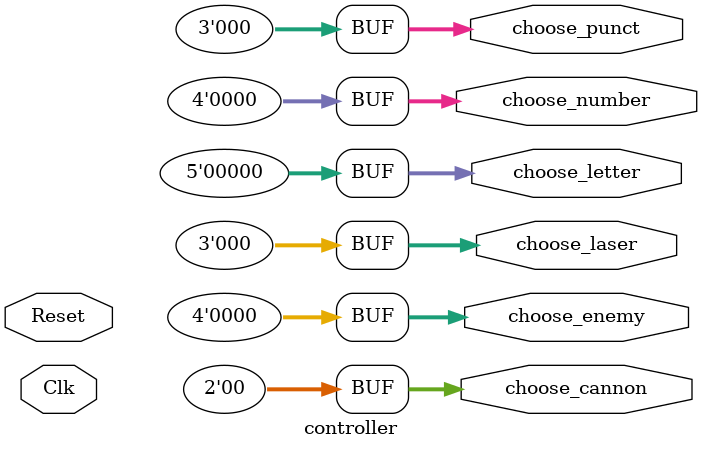
<source format=sv>
/* color_data.sv
 *
 * Index from text file determines color output.
 * Should match color palette in python code.
 */
module color_data ( input [1:0]	index,
						  output [7:0] sprite_r,
											sprite_g,
											sprite_b
							);

always_comb
	begin
		case(index)
			2'd0 : //white
				begin
					sprite_r = 8'hff;
					sprite_g = 8'hff;
					sprite_b = 8'hff;
				end
			2'd1 : //black
				begin
					sprite_r = 8'h00;
					sprite_g = 8'h00;
					sprite_b = 8'h00;
				end
			2'd2 : //green
				begin
					sprite_r = 8'h00;
					sprite_g = 8'hff;
					sprite_b = 8'h00;
				end
			2'd3 : //red
				begin
					sprite_r = 8'hff;
					sprite_g = 8'h00;
					sprite_b = 8'h00;
				end
			default :
				begin
					sprite_r = 8'bXXXXXXXX;
					sprite_g = 8'bXXXXXXXX;
					sprite_b = 8'bXXXXXXXX;
				end
		endcase
	end

endmodule




module controller ( input	logic   Clk,
                                  Reset,
							output logic [1:0] choose_cannon,
							output logic [2:0] choose_laser,
							output logic [3:0] choose_enemy,
							output logic [4:0] choose_letter,
							output logic [2:0] choose_punct,
							output logic [3:0] choose_number
							);

	enum logic [4:0] { Start } State, Next_state; //Internal state logic

  always_ff @ (posedge Clk)
  begin
    if (Reset)
      State <= Start;
    else
      State <= Next_state;

  end

  always_comb
  begin
    // Default next state is staying at current state
    Next_state = State;

    // Default controls signal values
    choose_cannon = 2'b00; //normal cannon
    choose_laser = 3'b000; //normal laser
    choose_enemy = 3'b000; //10pt laser pos 1
    choose_letter = 5'b00000; //A
    choose_punct = 3'b000; //=
    choose_number = 4'b0000; //0

    // Assign next state
    unique case (State)
      Start : ;

      default : ;

    endcase

    // Assign control signals based on current state
    case (State)
      Start : ;

      default : ;

    endcase
  end


endmodule

</source>
